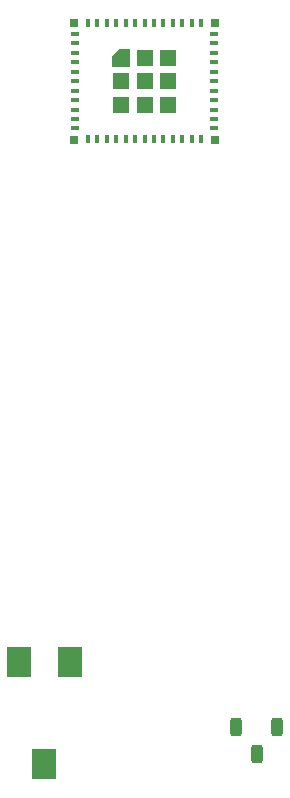
<source format=gbr>
%TF.GenerationSoftware,KiCad,Pcbnew,8.0.8*%
%TF.CreationDate,2025-02-08T14:15:15-05:00*%
%TF.ProjectId,Project_PCB_Subsystem,50726f6a-6563-4745-9f50-43425f537562,rev?*%
%TF.SameCoordinates,Original*%
%TF.FileFunction,Paste,Top*%
%TF.FilePolarity,Positive*%
%FSLAX46Y46*%
G04 Gerber Fmt 4.6, Leading zero omitted, Abs format (unit mm)*
G04 Created by KiCad (PCBNEW 8.0.8) date 2025-02-08 14:15:15*
%MOMM*%
%LPD*%
G01*
G04 APERTURE LIST*
G04 Aperture macros list*
%AMRoundRect*
0 Rectangle with rounded corners*
0 $1 Rounding radius*
0 $2 $3 $4 $5 $6 $7 $8 $9 X,Y pos of 4 corners*
0 Add a 4 corners polygon primitive as box body*
4,1,4,$2,$3,$4,$5,$6,$7,$8,$9,$2,$3,0*
0 Add four circle primitives for the rounded corners*
1,1,$1+$1,$2,$3*
1,1,$1+$1,$4,$5*
1,1,$1+$1,$6,$7*
1,1,$1+$1,$8,$9*
0 Add four rect primitives between the rounded corners*
20,1,$1+$1,$2,$3,$4,$5,0*
20,1,$1+$1,$4,$5,$6,$7,0*
20,1,$1+$1,$6,$7,$8,$9,0*
20,1,$1+$1,$8,$9,$2,$3,0*%
%AMOutline5P*
0 Free polygon, 5 corners , with rotation*
0 The origin of the aperture is its center*
0 number of corners: always 5*
0 $1 to $10 corner X, Y*
0 $11 Rotation angle, in degrees counterclockwise*
0 create outline with 5 corners*
4,1,5,$1,$2,$3,$4,$5,$6,$7,$8,$9,$10,$1,$2,$11*%
%AMOutline6P*
0 Free polygon, 6 corners , with rotation*
0 The origin of the aperture is its center*
0 number of corners: always 6*
0 $1 to $12 corner X, Y*
0 $13 Rotation angle, in degrees counterclockwise*
0 create outline with 6 corners*
4,1,6,$1,$2,$3,$4,$5,$6,$7,$8,$9,$10,$11,$12,$1,$2,$13*%
%AMOutline7P*
0 Free polygon, 7 corners , with rotation*
0 The origin of the aperture is its center*
0 number of corners: always 7*
0 $1 to $14 corner X, Y*
0 $15 Rotation angle, in degrees counterclockwise*
0 create outline with 7 corners*
4,1,7,$1,$2,$3,$4,$5,$6,$7,$8,$9,$10,$11,$12,$13,$14,$1,$2,$15*%
%AMOutline8P*
0 Free polygon, 8 corners , with rotation*
0 The origin of the aperture is its center*
0 number of corners: always 8*
0 $1 to $16 corner X, Y*
0 $17 Rotation angle, in degrees counterclockwise*
0 create outline with 8 corners*
4,1,8,$1,$2,$3,$4,$5,$6,$7,$8,$9,$10,$11,$12,$13,$14,$15,$16,$1,$2,$17*%
G04 Aperture macros list end*
%ADD10R,0.800000X0.400000*%
%ADD11R,0.400000X0.800000*%
%ADD12Outline5P,-0.725000X0.130500X-0.130500X0.725000X0.725000X0.725000X0.725000X-0.725000X-0.725000X-0.725000X0.000000*%
%ADD13R,1.450000X1.450000*%
%ADD14R,0.700000X0.700000*%
%ADD15R,2.000000X2.500000*%
%ADD16RoundRect,0.250000X0.250000X0.550000X-0.250000X0.550000X-0.250000X-0.550000X0.250000X-0.550000X0*%
G04 APERTURE END LIST*
D10*
%TO.C,U1*%
X162600000Y-77000000D03*
X162600000Y-77800000D03*
X162600000Y-78600000D03*
X162600000Y-79400000D03*
X162600000Y-80200000D03*
X162600000Y-81000000D03*
X162600000Y-81800000D03*
X162600000Y-82600000D03*
X162600000Y-83400000D03*
X162600000Y-84200000D03*
X162600000Y-85000000D03*
D11*
X163700000Y-85900000D03*
X164500000Y-85900000D03*
X165300000Y-85900000D03*
X166100000Y-85900000D03*
X166900000Y-85900000D03*
X167700000Y-85900000D03*
X168500000Y-85900000D03*
X169300000Y-85900000D03*
X170100000Y-85900000D03*
X170900000Y-85900000D03*
X171700000Y-85900000D03*
X172500000Y-85900000D03*
X173300000Y-85900000D03*
D10*
X174400000Y-85000000D03*
X174400000Y-84200000D03*
X174400000Y-83400000D03*
X174400000Y-82600000D03*
X174400000Y-81800000D03*
X174400000Y-81000000D03*
X174400000Y-80200000D03*
X174400000Y-79400000D03*
X174400000Y-78600000D03*
X174400000Y-77800000D03*
X174400000Y-77000000D03*
D11*
X173300000Y-76100000D03*
X172500000Y-76100000D03*
X171700000Y-76100000D03*
X170900000Y-76100000D03*
X170100000Y-76100000D03*
X169300000Y-76100000D03*
X168500000Y-76100000D03*
X167700000Y-76100000D03*
X166900000Y-76100000D03*
X166100000Y-76100000D03*
X165300000Y-76100000D03*
X164500000Y-76100000D03*
X163700000Y-76100000D03*
D12*
X166525000Y-79025000D03*
D13*
X166525000Y-81000000D03*
X166525000Y-82975000D03*
X168500000Y-79025000D03*
X168500000Y-81000000D03*
X168500000Y-82975000D03*
X170475000Y-79025000D03*
X170475000Y-81000000D03*
X170475000Y-82975000D03*
D14*
X174450000Y-76050000D03*
X174450000Y-85950000D03*
X162550000Y-85950000D03*
X162550000Y-76050000D03*
%TD*%
D15*
%TO.C,RV1*%
X157850000Y-130175000D03*
X160000000Y-138825000D03*
X162150000Y-130175000D03*
%TD*%
D16*
%TO.C,B1*%
X179750000Y-135700000D03*
X178000000Y-138000000D03*
X176250000Y-135700000D03*
%TD*%
M02*

</source>
